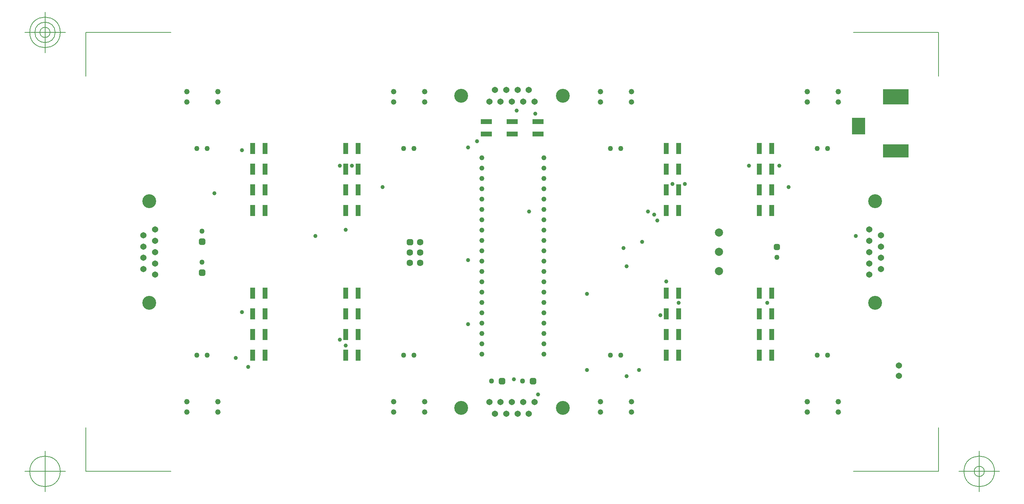
<source format=gbr>
G04 Generated by Ultiboard 13.0 *
%FSLAX34Y34*%
%MOMM*%

%ADD10C,0.0001*%
%ADD11C,0.1270*%
%ADD12C,1.2700*%
%ADD13R,0.6350X0.6350*%
%ADD14C,0.8890*%
%ADD15C,1.5366*%
%ADD16R,6.3500X3.3000*%
%ADD17R,3.3000X4.0600*%
%ADD18R,6.3500X3.8100*%
%ADD19C,1.5367*%
%ADD20C,3.4036*%
%ADD21C,1.3208*%
%ADD22C,2.0056*%
%ADD23C,1.6088*%
%ADD24R,0.5291X0.5291*%
%ADD25C,0.9949*%
%ADD26R,1.1500X2.7000*%
%ADD27R,2.7000X1.1500*%
%ADD28C,1.2446*%
%ADD29C,1.0000*%


G04 ColorRGB 9900CC for the following layer *
%LNSolder Mask Bottom*%
%LPD*%
G54D10*
G54D11*
X-31464Y-31464D02*
X-31464Y76429D01*
X-31464Y-31464D02*
X178029Y-31464D01*
X2063464Y-31464D02*
X1853971Y-31464D01*
X2063464Y-31464D02*
X2063464Y76429D01*
X2063464Y1047464D02*
X2063464Y939571D01*
X2063464Y1047464D02*
X1853971Y1047464D01*
X-31464Y1047464D02*
X178029Y1047464D01*
X-31464Y1047464D02*
X-31464Y939571D01*
X-81464Y-31464D02*
X-181464Y-31464D01*
X-131464Y-81464D02*
X-131464Y18536D01*
X-168964Y-31464D02*
G75*
D01*
G02X-168964Y-31464I37500J0*
G01*
X2113464Y-31464D02*
X2213464Y-31464D01*
X2163464Y-81464D02*
X2163464Y18536D01*
X2125964Y-31464D02*
G75*
D01*
G02X2125964Y-31464I37500J0*
G01*
X2150964Y-31464D02*
G75*
D01*
G02X2150964Y-31464I12500J0*
G01*
X-81464Y1047464D02*
X-181464Y1047464D01*
X-131464Y997464D02*
X-131464Y1097464D01*
X-168964Y1047464D02*
G75*
D01*
G02X-168964Y1047464I37500J0*
G01*
X-156464Y1047464D02*
G75*
D01*
G02X-156464Y1047464I25000J0*
G01*
X-143964Y1047464D02*
G75*
D01*
G02X-143964Y1047464I12500J0*
G01*
G54D12*
X1790700Y254000D03*
X1765300Y254000D03*
X1666000Y495000D03*
X266700Y762000D03*
X241300Y762000D03*
X1790700Y762000D03*
X1765300Y762000D03*
X254000Y558800D03*
X254000Y482600D03*
X266700Y254000D03*
X241300Y254000D03*
X774700Y762000D03*
X749300Y762000D03*
X1282700Y762000D03*
X1257300Y762000D03*
X1282700Y254000D03*
X1257300Y254000D03*
X774700Y254000D03*
X749300Y254000D03*
X1041400Y190500D03*
X965200Y190500D03*
G54D13*
X1666000Y520400D03*
X254000Y533400D03*
X254000Y457200D03*
X1066800Y190500D03*
X990600Y190500D03*
G54D14*
X1662825Y517225D02*
X1669175Y517225D01*
X1669175Y523575D01*
X1662825Y523575D01*
X1662825Y517225D01*D02*
X250825Y530225D02*
X257175Y530225D01*
X257175Y536575D01*
X250825Y536575D01*
X250825Y530225D01*D02*
X250825Y454025D02*
X257175Y454025D01*
X257175Y460375D01*
X250825Y460375D01*
X250825Y454025D01*D02*
X1063625Y187325D02*
X1069975Y187325D01*
X1069975Y193675D01*
X1063625Y193675D01*
X1063625Y187325D01*D02*
X987425Y187325D02*
X993775Y187325D01*
X993775Y193675D01*
X987425Y193675D01*
X987425Y187325D01*D02*
G54D15*
X1965960Y203200D03*
X1965960Y228600D03*
G54D16*
X1958564Y756510D03*
G54D17*
X1867144Y817510D03*
G54D18*
X1958564Y889410D03*
G54D19*
X138700Y562800D03*
X138700Y507428D03*
X138700Y452056D03*
X138700Y479742D03*
X138700Y535114D03*
X110252Y465899D03*
X110252Y521271D03*
X110252Y493585D03*
X110252Y548957D03*
X1893300Y562800D03*
X1893300Y507428D03*
X1893300Y535114D03*
X1893300Y479742D03*
X1893300Y452056D03*
X1921748Y521271D03*
X1921748Y548957D03*
X1921748Y493585D03*
X1921748Y465899D03*
X1070800Y138700D03*
X1015428Y138700D03*
X1043114Y138700D03*
X987742Y138700D03*
X960056Y138700D03*
X1029271Y110252D03*
X1056957Y110252D03*
X1001585Y110252D03*
X973899Y110252D03*
X1070800Y877300D03*
X1015428Y877300D03*
X960056Y877300D03*
X987742Y877300D03*
X1043114Y877300D03*
X973899Y905748D03*
X1029271Y905748D03*
X1001585Y905748D03*
X1056957Y905748D03*
G54D20*
X124476Y382460D03*
X124476Y632396D03*
X1907524Y632396D03*
X1907524Y382460D03*
X1140396Y124476D03*
X890460Y124476D03*
X890460Y891524D03*
X1140396Y891524D03*
G54D21*
X217108Y114300D03*
X217108Y139700D03*
X293308Y114300D03*
X293308Y139700D03*
X1741108Y114300D03*
X1741108Y139700D03*
X1817308Y114300D03*
X1817308Y139700D03*
X1741108Y901700D03*
X1741108Y876300D03*
X1817308Y901700D03*
X1817308Y876300D03*
X217108Y901700D03*
X217108Y876300D03*
X725108Y901700D03*
X725108Y876300D03*
X801308Y901700D03*
X801308Y876300D03*
X1309308Y901700D03*
X1309308Y876300D03*
X1233108Y901700D03*
X1233108Y876300D03*
X1309308Y114300D03*
X1309308Y139700D03*
X1233108Y114300D03*
X1233108Y139700D03*
X801308Y114300D03*
X801308Y139700D03*
X725108Y114300D03*
X725108Y139700D03*
X293308Y901700D03*
X293308Y876300D03*
G54D22*
X1524000Y555500D03*
X1524000Y508000D03*
X1524000Y460500D03*
G54D23*
X790400Y532000D03*
X790400Y481200D03*
X765000Y481200D03*
X790400Y506600D03*
X765000Y506600D03*
G54D24*
X765000Y532000D03*
G54D25*
X762355Y529355D02*
X767645Y529355D01*
X767645Y534645D01*
X762355Y534645D01*
X762355Y529355D01*D02*
G54D26*
X378700Y609600D03*
X408700Y609600D03*
X378700Y762000D03*
X408700Y762000D03*
X1623300Y609600D03*
X1653300Y609600D03*
X1623300Y660400D03*
X1653300Y660400D03*
X1623300Y711200D03*
X1653300Y711200D03*
X1623300Y762000D03*
X1653300Y762000D03*
X607300Y406400D03*
X637300Y406400D03*
X1623300Y254000D03*
X1653300Y254000D03*
X1623300Y304800D03*
X1653300Y304800D03*
X1623300Y355600D03*
X1653300Y355600D03*
X1623300Y406400D03*
X1653300Y406400D03*
X607300Y762000D03*
X637300Y762000D03*
X1394700Y406400D03*
X1424700Y406400D03*
X1394700Y711200D03*
X1424700Y711200D03*
X1394700Y762000D03*
X1424700Y762000D03*
X1394700Y660400D03*
X1424700Y660400D03*
X1394700Y609600D03*
X1424700Y609600D03*
X607300Y609600D03*
X637300Y609600D03*
X607300Y660400D03*
X637300Y660400D03*
X607300Y711200D03*
X637300Y711200D03*
X378700Y711200D03*
X408700Y711200D03*
X378700Y660400D03*
X408700Y660400D03*
X1394700Y355600D03*
X1424700Y355600D03*
X1394700Y254000D03*
X1424700Y254000D03*
X1394700Y304800D03*
X1424700Y304800D03*
X607300Y355600D03*
X637300Y355600D03*
X607300Y254000D03*
X637300Y254000D03*
X607300Y304800D03*
X637300Y304800D03*
X378700Y304800D03*
X408700Y304800D03*
X378700Y254000D03*
X408700Y254000D03*
X378700Y355600D03*
X408700Y355600D03*
X378700Y406400D03*
X408700Y406400D03*
G54D27*
X1079500Y797800D03*
X1079500Y827800D03*
X1016000Y797800D03*
X1016000Y827800D03*
X952500Y797800D03*
X952500Y827800D03*
G54D28*
X1093945Y739600D03*
X941545Y714200D03*
X941545Y688800D03*
X941545Y663400D03*
X941545Y638000D03*
X941545Y612600D03*
X941545Y587200D03*
X941545Y536400D03*
X941545Y561800D03*
X941545Y511000D03*
X941545Y460200D03*
X941545Y485600D03*
X941545Y434800D03*
X941545Y409400D03*
X941545Y384000D03*
X941545Y358600D03*
X941545Y257000D03*
X941545Y333200D03*
X941545Y307800D03*
X941545Y282400D03*
X1093945Y587200D03*
X1093945Y714200D03*
X1093945Y688800D03*
X1093945Y663400D03*
X1093945Y638000D03*
X1093945Y612600D03*
X1093945Y536400D03*
X1093945Y561800D03*
X1093945Y511000D03*
X1093945Y460200D03*
X1093945Y485600D03*
X1093945Y434800D03*
X1093945Y257000D03*
X1093945Y409400D03*
X1093945Y384000D03*
X1093945Y358600D03*
X1093945Y333200D03*
X1093945Y307800D03*
X1093945Y282400D03*
X941545Y739600D03*
G54D29*
X1695000Y667500D03*
X1020000Y195000D03*
X1057500Y607500D03*
X697500Y667500D03*
X1327500Y217500D03*
X592500Y292500D03*
X930000Y780000D03*
X532500Y547500D03*
X1380000Y352500D03*
X1372500Y585000D03*
X1350000Y607500D03*
X1297500Y202500D03*
X1365000Y600000D03*
X1027500Y855000D03*
X607500Y562500D03*
X907500Y487500D03*
X592500Y720000D03*
X622500Y720000D03*
X1425000Y382500D03*
X1642500Y382500D03*
X1597500Y720000D03*
X1672500Y720000D03*
X1072500Y847500D03*
X1200000Y217500D03*
X1200000Y405000D03*
X1297500Y472500D03*
X1290000Y517500D03*
X907500Y765000D03*
X1440000Y675000D03*
X1410000Y675000D03*
X1860000Y547500D03*
X285000Y652500D03*
X1080000Y157500D03*
X1335000Y532500D03*
X1395000Y435000D03*
X352500Y757500D03*
X607500Y277500D03*
X907500Y330000D03*
X367500Y225000D03*
X408700Y254000D03*
X337500Y247500D03*
X378700Y254000D03*
X408700Y355600D03*
X352500Y360000D03*

M02*

</source>
